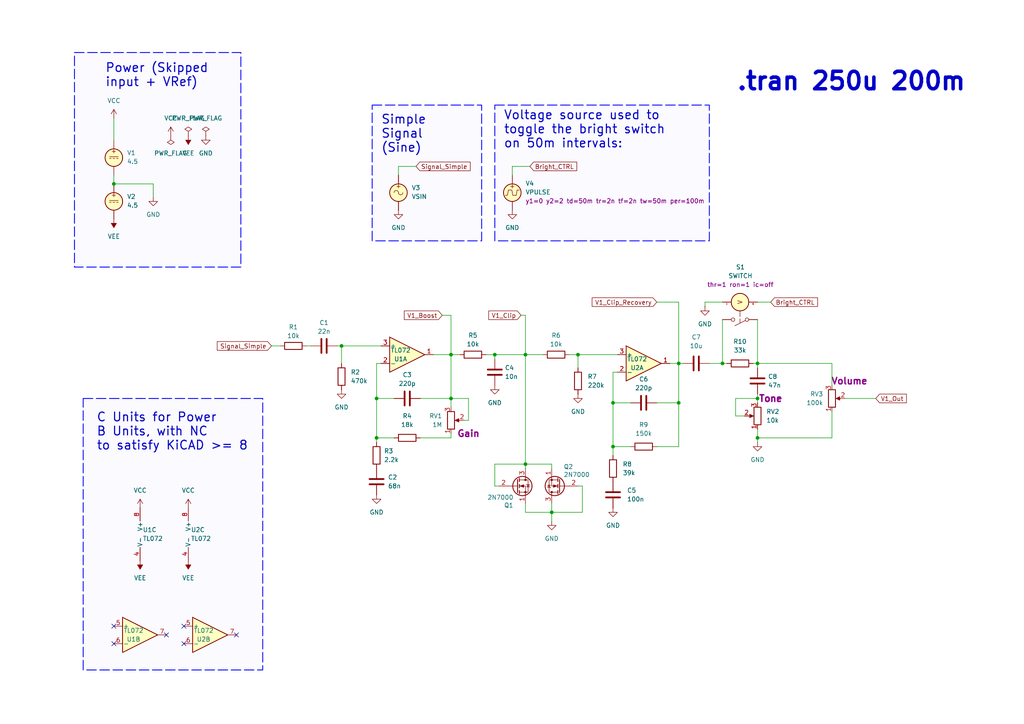
<source format=kicad_sch>
(kicad_sch (version 20231120) (generator "eeschema") (generator_version "8.0")
  (paper "A4")
  (title_block (title "Fulltone OCD Sim") (date "2025-07-14") (rev "v0.0.0") (company "D.B.B. (Quick_Butterfly_4571)"))
  (lib_symbols
    (symbol "Amplifier_Operational:TL072" (pin_names (offset 0.127))
      (property "Reference" "U" (at 0 5.08 0))
      (property "Value" "TL072" (at 0 -5.08 0))
      (symbol "TL072_1_1"
        (polyline (pts (xy -5.08 5.08) (xy 5.08 0) (xy -5.08 -5.08) (xy -5.08 5.08)) (stroke (width 0.254)) (fill (type background)))
        (pin output line (at 7.62 0 180) (length 2.54) (name "~") (number "1"))
        (pin input line (at -7.62 -2.54 0) (length 2.54) (name "-") (number "2"))
        (pin input line (at -7.62 2.54 0) (length 2.54) (name "+") (number "3"))
      )
      (symbol "TL072_2_1"
        (polyline (pts (xy -5.08 5.08) (xy 5.08 0) (xy -5.08 -5.08) (xy -5.08 5.08)) (stroke (width 0.254)) (fill (type background)))
        (pin input line (at -7.62 2.54 0) (length 2.54) (name "+") (number "5"))
        (pin input line (at -7.62 -2.54 0) (length 2.54) (name "-") (number "6"))
        (pin output line (at 7.62 0 180) (length 2.54) (name "~") (number "7"))
      )
      (symbol "TL072_3_1"
        (pin power_in line (at -2.54 -7.62 90) (length 3.81) (name "V-") (number "4"))
        (pin power_in line (at -2.54 7.62 270) (length 3.81) (name "V+") (number "8"))
      )
    )
    (symbol "Device:C" (pin_numbers hide) (pin_names (offset 0.254))
      (property "Reference" "C" (at 0.635 2.54 0))
      (property "Value" "C" (at 0.635 -2.54 0))
      (symbol "C_0_1"
        (polyline (pts (xy -2.032 -0.762) (xy 2.032 -0.762)) (stroke (width 0.508)))
        (polyline (pts (xy -2.032 0.762) (xy 2.032 0.762)) (stroke (width 0.508)))
      )
      (symbol "C_1_1"
        (pin passive line (at 0 3.81 270) (length 2.794) (name "~") (number "1"))
        (pin passive line (at 0 -3.81 90) (length 2.794) (name "~") (number "2"))
      )
    )
    (symbol "Device:R" (pin_numbers hide) (pin_names (offset 0))
      (property "Reference" "R" (at 2.032 0 90))
      (property "Value" "R" (at 0 0 90))
      (symbol "R_0_1"
        (rectangle (start -1.016 -2.54) (end 1.016 2.54) (stroke (width 0.254)))
      )
      (symbol "R_1_1"
        (pin passive line (at 0 3.81 270) (length 1.27) (name "~") (number "1"))
        (pin passive line (at 0 -3.81 90) (length 1.27) (name "~") (number "2"))
      )
    )
    (symbol "Device:R_Potentiometer" (pin_names (offset 1.016) hide)
      (property "Reference" "RV" (at -4.445 0 90))
      (property "Value" "R_Potentiometer" (at -2.54 0 90))
      (symbol "R_Potentiometer_0_1"
        (polyline (pts (xy 2.54 0) (xy 1.524 0)))
        (polyline (pts (xy 1.143 0) (xy 2.286 0.508) (xy 2.286 -0.508) (xy 1.143 0)) (fill (type outline)))
        (rectangle (start 1.016 2.54) (end -1.016 -2.54) (stroke (width 0.254)))
      )
      (symbol "R_Potentiometer_1_1"
        (pin passive line (at 0 3.81 270) (length 1.27) (name "1") (number "1"))
        (pin passive line (at 3.81 0 180) (length 1.27) (name "2") (number "2"))
        (pin passive line (at 0 -3.81 90) (length 1.27) (name "3") (number "3"))
      )
    )
    (symbol "Simulation_SPICE:SWITCH" (pin_numbers hide) (pin_names (offset 1.016) hide)
      (property "Reference" "S" (at 2.54 2.54 0))
      (property "Value" "SWITCH" (at 2.54 0 0))
      (property "Sim.Params" "thr=0 ron=1" (at 2.54 -2.54 0))
      (symbol "SWITCH_0_1"
        (circle (center 0 -2.032) (radius 0.508))
        (polyline (pts (xy 0.254 1.524) (xy 1.778 -1.524)))
        (circle (center 0 2.032) (radius 0.508))
      )
      (symbol "SWITCH_1_1"
        (circle (center -5.08 0) (radius 2.54) (stroke (width 0.254)) (fill (type background)))
        (polyline (pts (xy -4.826 -3.81) (xy -4.318 -3.81)))
        (polyline (pts (xy -4.826 3.81) (xy -4.318 3.81)))
        (polyline (pts (xy -4.572 4.064) (xy -4.572 3.556)))
        (polyline (pts (xy -2.54 0) (xy 0.889 0)) (stroke (width 0) (type dash)))
        (text "V" (at -5.08 0 0) (effects (font (size 1.27 1.27))))
        (pin passive line (at 0 5.08 270) (length 2.54) (name "N+") (number "1"))
        (pin passive line (at 0 -5.08 90) (length 2.54) (name "N-") (number "2"))
        (pin input line (at -5.08 5.08 270) (length 2.54) (name "C+") (number "3"))
        (pin input line (at -5.08 -5.08 90) (length 2.54) (name "C-") (number "4"))
      )
    )
    (symbol "Simulation_SPICE:VDC" (pin_numbers hide) (pin_names (offset 0.0254))
      (property "Reference" "V" (at 2.54 2.54 0))
      (property "Value" "1" (at 2.54 0 0))
      (symbol "VDC_0_0"
        (polyline (pts (xy -1.27 0.254) (xy 1.27 0.254)))
        (polyline (pts (xy -0.762 -0.254) (xy -1.27 -0.254)))
        (polyline (pts (xy 0.254 -0.254) (xy -0.254 -0.254)))
        (polyline (pts (xy 1.27 -0.254) (xy 0.762 -0.254)))
        (text "+" (at 0 1.905 0) (effects (font (size 1.27 1.27))))
      )
      (symbol "VDC_0_1"
        (circle (center 0 0) (radius 2.54) (stroke (width 0.254)) (fill (type background)))
      )
      (symbol "VDC_1_1"
        (pin passive line (at 0 5.08 270) (length 2.54) (name "~") (number "1"))
        (pin passive line (at 0 -5.08 90) (length 2.54) (name "~") (number "2"))
      )
    )
    (symbol "Simulation_SPICE:VPULSE" (pin_numbers hide) (pin_names (offset 0.0254))
      (property "Reference" "V" (at 2.54 2.54 0))
      (property "Value" "VPULSE" (at 2.54 0 0))
      (property "Sim.Params" "y1=0 y2=1 td=2n tr=2n tf=2n tw=50n per=100n" (at 2.54 -2.54 0))
      (symbol "VPULSE_0_0"
        (polyline (pts (xy -2.032 -0.762) (xy -1.397 -0.762) (xy -1.143 0.762) (xy -0.127 0.762) (xy 0.127 -0.762) (xy 1.143 -0.762) (xy 1.397 0.762) (xy 2.032 0.762)))
        (text "+" (at 0 1.905 0) (effects (font (size 1.27 1.27))))
      )
      (symbol "VPULSE_0_1"
        (circle (center 0 0) (radius 2.54) (stroke (width 0.254)) (fill (type background)))
      )
      (symbol "VPULSE_1_1"
        (pin passive line (at 0 5.08 270) (length 2.54) (name "~") (number "1"))
        (pin passive line (at 0 -5.08 90) (length 2.54) (name "~") (number "2"))
      )
    )
    (symbol "Simulation_SPICE:VSIN" (pin_numbers hide) (pin_names (offset 0.0254))
      (property "Reference" "V" (at 2.54 2.54 0))
      (property "Value" "VSIN" (at 2.54 0 0))
      (property "Sim.Params" "dc=0 ampl=1 f=1k ac=1" (at 2.54 -2.54 0))
      (symbol "VSIN_0_0"
        (arc (start 0 0) (mid -0.635 0.6323) (end -1.27 0))
        (arc (start 0 0) (mid 0.635 -0.6323) (end 1.27 0))
        (text "+" (at 0 1.905 0) (effects (font (size 1.27 1.27))))
      )
      (symbol "VSIN_0_1"
        (circle (center 0 0) (radius 2.54) (stroke (width 0.254)) (fill (type background)))
      )
      (symbol "VSIN_1_1"
        (pin passive line (at 0 5.08 270) (length 2.54) (name "~") (number "1"))
        (pin passive line (at 0 -5.08 90) (length 2.54) (name "~") (number "2"))
      )
    )
    (symbol "Transistor_FET:2N7000" (pin_names hide)
      (property "Reference" "Q" (at 5.08 1.905 0))
      (property "Value" "2N7000" (at 5.08 0 0))
      (symbol "2N7000_0_1"
        (polyline (pts (xy 0.254 0) (xy -2.54 0)))
        (polyline (pts (xy 0.254 1.905) (xy 0.254 -1.905)) (stroke (width 0.254)))
        (polyline (pts (xy 0.762 -1.27) (xy 0.762 -2.286)) (stroke (width 0.254)))
        (polyline (pts (xy 0.762 0.508) (xy 0.762 -0.508)) (stroke (width 0.254)))
        (polyline (pts (xy 0.762 2.286) (xy 0.762 1.27)) (stroke (width 0.254)))
        (polyline (pts (xy 2.54 2.54) (xy 2.54 1.778)))
        (polyline (pts (xy 2.54 -2.54) (xy 2.54 0) (xy 0.762 0)))
        (polyline (pts (xy 0.762 -1.778) (xy 3.302 -1.778) (xy 3.302 1.778) (xy 0.762 1.778)))
        (polyline (pts (xy 1.016 0) (xy 2.032 0.381) (xy 2.032 -0.381) (xy 1.016 0)) (fill (type outline)))
        (polyline (pts (xy 2.794 0.508) (xy 2.921 0.381) (xy 3.683 0.381) (xy 3.81 0.254)))
        (polyline (pts (xy 3.302 0.381) (xy 2.921 -0.254) (xy 3.683 -0.254) (xy 3.302 0.381)))
        (circle (center 1.651 0) (radius 2.794) (stroke (width 0.254)))
        (circle (center 2.54 -1.778) (radius 0.254) (fill (type outline)))
        (circle (center 2.54 1.778) (radius 0.254) (fill (type outline)))
      )
      (symbol "2N7000_1_1"
        (pin passive line (at 2.54 -5.08 90) (length 2.54) (name "S") (number "1"))
        (pin input line (at -5.08 0 0) (length 2.54) (name "G") (number "2"))
        (pin passive line (at 2.54 5.08 270) (length 2.54) (name "D") (number "3"))
      )
    )
    (symbol "power:GND" (power) (pin_numbers hide) (pin_names (offset 0) hide)
      (property "Value" "GND" (at 0 -3.81 0))
      (symbol "GND_0_1"
        (polyline (pts (xy 0 0) (xy 0 -1.27) (xy 1.27 -1.27) (xy 0 -2.54) (xy -1.27 -1.27) (xy 0 -1.27)))
      )
      (symbol "GND_1_1"
        (pin power_in line (at 0 0 270) (length 0) (name "~") (number "1"))
      )
    )
    (symbol "power:PWR_FLAG" (power) (pin_numbers hide) (pin_names (offset 0) hide)
      (property "Value" "PWR_FLAG" (at 0 3.81 0))
      (symbol "PWR_FLAG_0_0"
        (pin power_out line (at 0 0 90) (length 0) (name "~") (number "1"))
      )
      (symbol "PWR_FLAG_0_1"
        (polyline (pts (xy 0 0) (xy 0 1.27) (xy -1.016 1.905) (xy 0 2.54) (xy 1.016 1.905) (xy 0 1.27)))
      )
    )
    (symbol "power:VCC" (power) (pin_numbers hide) (pin_names (offset 0) hide)
      (property "Value" "VCC" (at 0 3.556 0))
      (symbol "VCC_0_1"
        (polyline (pts (xy -0.762 1.27) (xy 0 2.54)))
        (polyline (pts (xy 0 0) (xy 0 2.54)))
        (polyline (pts (xy 0 2.54) (xy 0.762 1.27)))
      )
      (symbol "VCC_1_1"
        (pin power_in line (at 0 0 90) (length 0) (name "~") (number "1"))
      )
    )
    (symbol "power:VEE" (power) (pin_numbers hide) (pin_names (offset 0) hide)
      (property "Value" "VEE" (at 0 3.556 0))
      (symbol "VEE_0_1"
        (polyline (pts (xy 0 0) (xy 0 2.54)))
        (polyline (pts (xy 0.762 1.27) (xy -0.762 1.27) (xy 0 2.54) (xy 0.762 1.27)) (fill (type outline)))
      )
      (symbol "VEE_1_1"
        (pin power_in line (at 0 0 90) (length 0) (name "~") (number "1"))
      )
    )
  )
  (junction (at 130.81 115.57))
  (junction (at 177.8 116.84))
  (junction (at 167.64 102.87))
  (junction (at 109.22 127))
  (junction (at 109.22 115.57))
  (junction (at 196.85 105.41))
  (junction (at 209.55 105.41))
  (junction (at 99.06 100.33))
  (junction (at 219.71 105.41))
  (junction (at 152.4 102.87))
  (junction (at 152.4 134.62))
  (junction (at 196.85 116.84))
  (junction (at 33.02 53.34))
  (junction (at 143.51 102.87))
  (junction (at 160.02 148.59))
  (junction (at 219.71 127))
  (junction (at 219.71 115.57))
  (junction (at 177.8 129.54))
  (junction (at 130.81 102.87))
  (no_connect (at 53.34 186.69))
  (no_connect (at 48.26 184.15))
  (no_connect (at 33.02 186.69))
  (no_connect (at 68.58 184.15))
  (no_connect (at 53.34 181.61))
  (no_connect (at 33.02 181.61))
  (wire (pts (xy 109.22 115.57) (xy 109.22 127)))
  (wire (pts (xy 196.85 87.63) (xy 196.85 105.41)))
  (wire (pts (xy 213.36 120.65) (xy 213.36 115.57)))
  (wire (pts (xy 219.71 87.63) (xy 223.52 87.63)))
  (wire (pts (xy 241.3 111.76) (xy 241.3 105.41)))
  (wire (pts (xy 143.51 102.87) (xy 143.51 104.14)))
  (wire (pts (xy 143.51 140.97) (xy 144.78 140.97)))
  (wire (pts (xy 190.5 116.84) (xy 196.85 116.84)))
  (wire (pts (xy 160.02 135.89) (xy 160.02 134.62)))
  (wire (pts (xy 219.71 114.3) (xy 219.71 115.57)))
  (wire (pts (xy 109.22 127) (xy 109.22 128.27)))
  (wire (pts (xy 134.62 121.92) (xy 135.89 121.92)))
  (wire (pts (xy 219.71 105.41) (xy 241.3 105.41)))
  (wire (pts (xy 167.64 102.87) (xy 179.07 102.87)))
  (wire (pts (xy 88.9 100.33) (xy 90.17 100.33)))
  (wire (pts (xy 143.51 134.62) (xy 143.51 140.97)))
  (wire (pts (xy 33.02 50.8) (xy 33.02 53.34)))
  (wire (pts (xy 135.89 115.57) (xy 130.81 115.57)))
  (wire (pts (xy 130.81 127) (xy 130.81 125.73)))
  (wire (pts (xy 121.92 127) (xy 130.81 127)))
  (wire (pts (xy 152.4 102.87) (xy 152.4 134.62)))
  (wire (pts (xy 152.4 146.05) (xy 152.4 148.59)))
  (wire (pts (xy 130.81 102.87) (xy 133.35 102.87)))
  (wire (pts (xy 135.89 121.92) (xy 135.89 115.57)))
  (wire (pts (xy 204.47 87.63) (xy 204.47 88.9)))
  (wire (pts (xy 241.3 127) (xy 219.71 127)))
  (wire (pts (xy 152.4 148.59) (xy 160.02 148.59)))
  (wire (pts (xy 167.64 106.68) (xy 167.64 102.87)))
  (wire (pts (xy 168.91 148.59) (xy 160.02 148.59)))
  (wire (pts (xy 245.11 115.57) (xy 254 115.57)))
  (wire (pts (xy 196.85 105.41) (xy 194.31 105.41)))
  (wire (pts (xy 219.71 115.57) (xy 219.71 116.84)))
  (wire (pts (xy 215.9 120.65) (xy 213.36 120.65)))
  (wire (pts (xy 160.02 134.62) (xy 152.4 134.62)))
  (wire (pts (xy 120.65 48.26) (xy 115.57 48.26)))
  (wire (pts (xy 219.71 105.41) (xy 219.71 106.68)))
  (wire (pts (xy 44.45 53.34) (xy 44.45 57.15)))
  (wire (pts (xy 130.81 91.44) (xy 130.81 102.87)))
  (wire (pts (xy 110.49 105.41) (xy 109.22 105.41)))
  (wire (pts (xy 99.06 100.33) (xy 99.06 105.41)))
  (wire (pts (xy 209.55 87.63) (xy 204.47 87.63)))
  (wire (pts (xy 33.02 34.29) (xy 33.02 40.64)))
  (wire (pts (xy 152.4 91.44) (xy 152.4 102.87)))
  (wire (pts (xy 241.3 119.38) (xy 241.3 127)))
  (wire (pts (xy 109.22 105.41) (xy 109.22 115.57)))
  (wire (pts (xy 130.81 102.87) (xy 130.81 115.57)))
  (wire (pts (xy 218.44 105.41) (xy 219.71 105.41)))
  (wire (pts (xy 152.4 102.87) (xy 157.48 102.87)))
  (wire (pts (xy 177.8 129.54) (xy 177.8 116.84)))
  (wire (pts (xy 151.13 91.44) (xy 152.4 91.44)))
  (wire (pts (xy 78.74 100.33) (xy 81.28 100.33)))
  (wire (pts (xy 153.67 48.26) (xy 148.59 48.26)))
  (wire (pts (xy 109.22 115.57) (xy 114.3 115.57)))
  (wire (pts (xy 44.45 53.34) (xy 33.02 53.34)))
  (wire (pts (xy 196.85 116.84) (xy 196.85 129.54)))
  (wire (pts (xy 97.79 100.33) (xy 99.06 100.33)))
  (wire (pts (xy 125.73 102.87) (xy 130.81 102.87)))
  (wire (pts (xy 130.81 115.57) (xy 121.92 115.57)))
  (wire (pts (xy 209.55 105.41) (xy 210.82 105.41)))
  (wire (pts (xy 130.81 118.11) (xy 130.81 115.57)))
  (wire (pts (xy 219.71 124.46) (xy 219.71 127)))
  (wire (pts (xy 219.71 127) (xy 219.71 128.27)))
  (wire (pts (xy 115.57 48.26) (xy 115.57 50.8)))
  (wire (pts (xy 128.27 91.44) (xy 130.81 91.44)))
  (wire (pts (xy 152.4 135.89) (xy 152.4 134.62)))
  (wire (pts (xy 177.8 132.08) (xy 177.8 129.54)))
  (wire (pts (xy 143.51 102.87) (xy 152.4 102.87)))
  (wire (pts (xy 177.8 116.84) (xy 177.8 107.95)))
  (wire (pts (xy 168.91 140.97) (xy 168.91 148.59)))
  (wire (pts (xy 177.8 107.95) (xy 179.07 107.95)))
  (wire (pts (xy 99.06 100.33) (xy 110.49 100.33)))
  (wire (pts (xy 209.55 92.71) (xy 209.55 105.41)))
  (wire (pts (xy 177.8 129.54) (xy 182.88 129.54)))
  (wire (pts (xy 213.36 115.57) (xy 219.71 115.57)))
  (wire (pts (xy 160.02 151.13) (xy 160.02 148.59)))
  (wire (pts (xy 198.12 105.41) (xy 196.85 105.41)))
  (wire (pts (xy 219.71 92.71) (xy 219.71 105.41)))
  (wire (pts (xy 177.8 116.84) (xy 182.88 116.84)))
  (wire (pts (xy 205.74 105.41) (xy 209.55 105.41)))
  (wire (pts (xy 190.5 87.63) (xy 196.85 87.63)))
  (wire (pts (xy 148.59 48.26) (xy 148.59 50.8)))
  (wire (pts (xy 160.02 148.59) (xy 160.02 146.05)))
  (wire (pts (xy 165.1 102.87) (xy 167.64 102.87)))
  (wire (pts (xy 143.51 102.87) (xy 140.97 102.87)))
  (wire (pts (xy 152.4 134.62) (xy 143.51 134.62)))
  (wire (pts (xy 196.85 105.41) (xy 196.85 116.84)))
  (wire (pts (xy 190.5 129.54) (xy 196.85 129.54)))
  (wire (pts (xy 167.64 140.97) (xy 168.91 140.97)))
  (wire (pts (xy 109.22 127) (xy 114.3 127)))
  (rectangle (start 24.13 115.57) (end 76.2 194.31) (stroke (width 0.254) (type dash) (color 0 0 255 0.42)) (fill (type color) (color 0 0 255 0.02)))
  (rectangle (start 143.51 30.48) (end 205.74 69.85) (stroke (width 0.254) (type dash) (color 0 0 255 0.42)) (fill (type color) (color 0 0 255 0.02)))
  (rectangle (start 21.59 15.24) (end 69.85 77.47) (stroke (width 0.254) (type dash) (color 0 0 255 0.42)) (fill (type color) (color 0 0 255 0.02)))
  (rectangle (start 107.95 30.48) (end 139.7 69.85) (stroke (width 0.254) (type dash) (color 0 0 255 0.42)) (fill (type color) (color 0 0 255 0.02)))
  (text "Power (Skipped\ninput + VRef)" (at 30.48 25.4 0) (effects (font (size 2.54 2.54) (thickness 0.3175)) (justify left bottom)))
  (text "Voltage source used to\ntoggle the bright switch\non 50m intervals:" (at 146.05 43.18 0) (effects (font (size 2.54 2.54) (thickness 0.3175)) (justify left bottom)))
  (text "C Units for Power\nB Units, with NC\nto satisfy KiCAD >= 8" (at 27.94 130.81 0) (effects (font (size 2.54 2.54) (thickness 0.3175)) (justify left bottom)))
  (text "Simple\nSignal\n(Sine)" (at 110.49 44.45 0) (effects (font (size 2.54 2.54) (thickness 0.3175)) (justify left bottom)))
  (text ".tran 250u 200m" (at 213.36 26.67 0) (effects (font (size 5.08 5.08) (thickness 1.016) (bold yes)) (justify left bottom)))
  (global_label "Signal_Simple" (shape input) (at 120.65 48.26 0) (property "Intersheetrefs" "${INTERSHEET_REFS}" (effects (hide yes))))
  (global_label "V1_Boost" (shape input) (at 128.27 91.44 180) (property "Intersheetrefs" "${INTERSHEET_REFS}" (effects (hide yes))))
  (global_label "Signal_Simple" (shape input) (at 78.74 100.33 180) (property "Intersheetrefs" "${INTERSHEET_REFS}" (effects (hide yes))))
  (global_label "Bright_CTRL" (shape input) (at 223.52 87.63 0) (property "Intersheetrefs" "${INTERSHEET_REFS}" (effects (hide yes))))
  (global_label "V1_Out" (shape input) (at 254 115.57 0) (property "Intersheetrefs" "${INTERSHEET_REFS}" (effects (hide yes))))
  (global_label "V1_Clip" (shape input) (at 151.13 91.44 180) (property "Intersheetrefs" "${INTERSHEET_REFS}" (effects (hide yes))))
  (global_label "V1_Clip_Recovery" (shape input) (at 190.5 87.63 180) (property "Intersheetrefs" "${INTERSHEET_REFS}" (effects (hide yes))))
  (global_label "Bright_CTRL" (shape input) (at 153.67 48.26 0) (property "Intersheetrefs" "${INTERSHEET_REFS}" (effects (hide yes))))
  (symbol (lib_id "Device:C") (at 219.71 110.49 0) (unit 1)
    (property "Reference" "C8" (at 222.758 109.22 0) (effects (justify left)))
    (property "Value" "47n" (at 222.758 111.76 0) (effects (justify left)))
  )
  (symbol (lib_id "power:PWR_FLAG") (at 59.69 39.37 0) (unit 1)
    (property "Reference" "#FLG3" (effects (hide yes)))
    (property "Value" "PWR_FLAG" (at 59.69 34.29 0))
    (property "Description" "Special symbol for telling ERC where power comes from" (effects (hide yes)))
  )
  (symbol (lib_id "power:VEE") (at 40.64 162.56 180) (unit 1)
    (property "Reference" "#PWR4" (effects (hide yes)))
    (property "Value" "VEE" (at 40.64 167.64 0))
    (property "Description" "Power symbol creates a global label with name \"VEE\"" (effects (hide yes)))
  )
  (symbol (lib_id "Device:C") (at 93.98 100.33 90) (unit 1)
    (property "Reference" "C1" (at 93.98 93.599 90))
    (property "Value" "22n" (at 93.98 96.139 90))
  )
  (symbol (lib_id "Device:R") (at 118.11 127 90) (unit 1)
    (property "Reference" "R4" (at 118.11 120.65 90))
    (property "Value" "18k" (at 118.11 123.19 90))
  )
  (symbol (lib_id "Device:R") (at 99.06 109.22 0) (unit 1)
    (property "Reference" "R2" (at 101.727 107.95 0) (effects (justify left)))
    (property "Value" "470k" (at 101.727 110.49 0) (effects (justify left)))
  )
  (symbol (lib_id "power:VEE") (at 54.61 39.37 180) (unit 1)
    (property "Reference" "#PWR7" (effects (hide yes)))
    (property "Value" "VEE" (at 54.61 44.45 0))
    (property "Description" "Power symbol creates a global label with name \"VEE\"" (effects (hide yes)))
  )
  (symbol (lib_id "Device:C") (at 109.22 139.7 180) (unit 1)
    (property "Reference" "C2" (at 112.522 138.43 0) (effects (justify right)))
    (property "Value" "68n" (at 112.522 140.97 0) (effects (justify right)))
  )
  (symbol (lib_id "power:GND") (at 59.69 39.37 0) (unit 1)
    (property "Reference" "#PWR10" (effects (hide yes)))
    (property "Value" "GND" (at 59.69 44.45 0))
    (property "Description" "Power symbol creates a global label with name \"GND\" , ground" (effects (hide yes)))
  )
  (symbol (lib_id "Transistor_FET:2N7000") (at 149.86 140.97 0) (unit 1)
    (property "Reference" "Q1" (at 146.177 146.558 0) (effects (justify left)))
    (property "Value" "2N7000" (at 141.351 144.272 0) (effects (justify left)))
    (property "Footprint" "Package_TO_SOT_THT:TO-92_Inline" (effects (hide yes)))
    (property "Datasheet" "https://www.vishay.com/docs/70226/70226.pdf" (effects (hide yes)))
    (property "Sim.Device" "SUBCKT" (effects (hide yes)))
    (property "Sim.Pins" "1=1 2=2 3=3" (effects (hide yes)))
    (property "Sim.Library" "2N7000.REV0.LIB" (effects (hide yes)))
    (property "Sim.Name" "2n7000" (effects (hide yes)))
  )
  (symbol (lib_id "Device:R_Potentiometer") (at 219.71 120.65 180) (unit 1)
    (property "Reference" "RV2" (at 222.25 119.3799 0) (effects (justify right)))
    (property "Value" "10k" (at 222.25 121.9199 0) (effects (justify right)))
    (property "Description" "Potentiometer" (effects (hide yes)))
    (property "Sim.Device" "R" (effects (hide yes)))
    (property "Sim.Type" "POT" (effects (hide yes)))
    (property "Sim.Pins" "1=r0 2=wiper 3=r1" (effects (hide yes)))
    (property "Sim.Params" "r=10k pos=0.5" (effects (hide yes)))
    (property "Label" "Tone" (at 223.52 115.57 0) (effects (font (size 1.905 1.905) (thickness 0.381) (bold yes))))
  )
  (symbol (lib_id "Device:R_Potentiometer") (at 130.81 121.92 0) (mirror x) (unit 1)
    (property "Reference" "RV1" (at 128.27 120.65 0) (effects (justify right)))
    (property "Value" "1M" (at 128.27 123.19 0) (effects (justify right)))
    (property "Sim.Device" "R" (effects (hide yes)))
    (property "Sim.Type" "POT" (effects (hide yes)))
    (property "Sim.Pins" "1=r0 2=wiper 3=r1" (effects (hide yes)))
    (property "Sim.Params" "r=1M pos=1" (effects (hide yes)))
    (property "Label" "Gain" (at 135.89 125.73 0) (effects (font (size 1.905 1.905) (thickness 0.381) (bold yes))))
  )
  (symbol (lib_id "Simulation_SPICE:VPULSE") (at 148.59 55.88 0) (unit 1)
    (property "Reference" "V4" (at 152.4 53.2101 0) (effects (justify left)))
    (property "Value" "VPULSE" (at 152.4 55.7501 0) (effects (justify left)))
    (property "Datasheet" "https://ngspice.sourceforge.io/docs/ngspice-html-manual/manual.xhtml#sec_Independent_Sources_for" (effects (hide yes)))
    (property "Description" "Voltage source, pulse" (effects (hide yes)))
    (property "Sim.Pins" "1=+ 2=-" (effects (hide yes)))
    (property "Sim.Type" "PULSE" (effects (hide yes)))
    (property "Sim.Device" "V" (effects (hide yes)))
    (property "Sim.Params" "y1=0 y2=2 td=50m tr=2n tf=2n tw=50m per=100m" (at 152.4 58.2901 0) (effects (justify left)))
  )
  (symbol (lib_id "Device:R") (at 177.8 135.89 0) (unit 1)
    (property "Reference" "R8" (at 180.594 134.62 0) (effects (justify left)))
    (property "Value" "39k" (at 180.594 137.16 0) (effects (justify left)))
  )
  (symbol (lib_id "power:VCC") (at 49.53 39.37 0) (unit 1)
    (property "Reference" "#PWR6" (effects (hide yes)))
    (property "Value" "VCC" (at 49.53 34.29 0))
    (property "Description" "Power symbol creates a global label with name \"VCC\"" (effects (hide yes)))
  )
  (symbol (lib_id "Simulation_SPICE:VSIN") (at 115.57 55.88 0) (unit 1)
    (property "Reference" "V3" (at 119.38 54.4801 0) (effects (justify left)))
    (property "Value" "VSIN" (at 119.38 57.0201 0) (effects (justify left)))
    (property "Datasheet" "https://ngspice.sourceforge.io/docs/ngspice-html-manual/manual.xhtml#sec_Independent_Sources_for" (effects (hide yes)))
    (property "Description" "Voltage source, sinusoidal" (effects (hide yes)))
    (property "Sim.Pins" "1=+ 2=-" (effects (hide yes)))
    (property "Sim.Params" "dc=0 ampl=100m f=155.56 td=0 theta=0 phase=0 ac=1" (effects (hide yes)))
    (property "Sim.Type" "SIN" (effects (hide yes)))
    (property "Sim.Device" "V" (effects (hide yes)))
  )
  (symbol (lib_id "Amplifier_Operational:TL072") (at 43.18 154.94 0) (unit 3)
    (property "Reference" "U1" (at 41.402 153.67 0) (effects (justify left)))
    (property "Value" "TL072" (at 41.402 156.21 0) (effects (justify left)))
    (property "Datasheet" "http://www.ti.com/lit/ds/symlink/tl071.pdf" (effects (hide yes)))
    (property "Sim.Library" "./TL072.301" (effects (hide yes)))
    (property "Sim.Name" "TL072" (effects (hide yes)))
    (property "Sim.Pins" "1=5 2=2 3=1 4=4 8=3" (effects (hide yes)))
    (property "Sim.Device" "SUBCKT" (effects (hide yes)))
  )
  (symbol (lib_id "power:GND") (at 115.57 60.96 0) (unit 1)
    (property "Reference" "#PWR13" (effects (hide yes)))
    (property "Value" "GND" (at 115.57 66.04 0))
    (property "Description" "Power symbol creates a global label with name \"GND\" , ground" (effects (hide yes)))
  )
  (symbol (lib_id "Device:R") (at 186.69 129.54 270) (unit 1)
    (property "Reference" "R9" (at 186.69 123.19 90))
    (property "Value" "150k" (at 186.69 125.73 90))
  )
  (symbol (lib_id "power:GND") (at 167.64 114.3 0) (unit 1)
    (property "Reference" "#PWR17" (effects (hide yes)))
    (property "Value" "GND" (at 167.64 119.38 0))
    (property "Description" "Power symbol creates a global label with name \"GND\" , ground" (effects (hide yes)))
  )
  (symbol (lib_id "Device:R_Potentiometer") (at 241.3 115.57 0) (mirror x) (unit 1)
    (property "Reference" "RV3" (at 238.76 114.2999 0) (effects (justify right)))
    (property "Value" "100k" (at 238.76 116.8399 0) (effects (justify right)))
    (property "Description" "Potentiometer" (effects (hide yes)))
    (property "Sim.Device" "R" (effects (hide yes)))
    (property "Sim.Type" "POT" (effects (hide yes)))
    (property "Sim.Pins" "1=r0 2=wiper 3=r1" (effects (hide yes)))
    (property "Sim.Params" "r=100k pos=1" (effects (hide yes)))
    (property "Label" "Volume" (at 246.38 110.49 0) (effects (font (size 1.905 1.905) (thickness 0.381) (bold yes))))
  )
  (symbol (lib_id "Simulation_SPICE:VDC") (at 33.02 58.42 0) (unit 1)
    (property "Reference" "V2" (at 36.83 57.0201 0) (effects (justify left)))
    (property "Value" "4.5" (at 36.83 59.5601 0) (effects (justify left)))
    (property "Datasheet" "https://ngspice.sourceforge.io/docs/ngspice-html-manual/manual.xhtml#sec_Independent_Sources_for" (effects (hide yes)))
    (property "Description" "Voltage source, DC" (effects (hide yes)))
    (property "Sim.Pins" "1=+ 2=-" (effects (hide yes)))
    (property "Sim.Type" "DC" (effects (hide yes)))
    (property "Sim.Device" "V" (effects (hide yes)))
  )
  (symbol (lib_id "power:PWR_FLAG") (at 54.61 39.37 0) (unit 1)
    (property "Reference" "#FLG2" (effects (hide yes)))
    (property "Value" "PWR_FLAG" (at 54.61 34.29 0))
    (property "Description" "Special symbol for telling ERC where power comes from" (effects (hide yes)))
  )
  (symbol (lib_id "Device:C") (at 201.93 105.41 270) (unit 1)
    (property "Reference" "C7" (at 201.93 97.79 90))
    (property "Value" "10u" (at 201.93 100.33 90))
  )
  (symbol (lib_id "Simulation_SPICE:VDC") (at 33.02 45.72 0) (unit 1)
    (property "Reference" "V1" (at 36.83 44.3201 0) (effects (justify left)))
    (property "Value" "4.5" (at 36.83 46.8601 0) (effects (justify left)))
    (property "Datasheet" "https://ngspice.sourceforge.io/docs/ngspice-html-manual/manual.xhtml#sec_Independent_Sources_for" (effects (hide yes)))
    (property "Description" "Voltage source, DC" (effects (hide yes)))
    (property "Sim.Pins" "1=+ 2=-" (effects (hide yes)))
    (property "Sim.Type" "DC" (effects (hide yes)))
    (property "Sim.Device" "V" (effects (hide yes)))
  )
  (symbol (lib_id "power:GND") (at 148.59 60.96 0) (unit 1)
    (property "Reference" "#PWR15" (effects (hide yes)))
    (property "Value" "GND" (at 148.59 66.04 0))
    (property "Description" "Power symbol creates a global label with name \"GND\" , ground" (effects (hide yes)))
  )
  (symbol (lib_id "Amplifier_Operational:TL072") (at 40.64 184.15 0) (unit 2)
    (property "Reference" "U1" (at 38.735 185.42 0))
    (property "Value" "TL072" (at 38.735 182.88 0))
    (property "Datasheet" "http://www.ti.com/lit/ds/symlink/tl071.pdf" (effects (hide yes)))
    (property "Sim.Library" "./TL072.301" (effects (hide yes)))
    (property "Sim.Name" "TL072" (effects (hide yes)))
    (property "Sim.Pins" "1=5 2=2 3=1 4=4 8=3" (effects (hide yes)))
    (property "Sim.Device" "SUBCKT" (effects (hide yes)))
  )
  (symbol (lib_id "power:GND") (at 44.45 57.15 0) (unit 1)
    (property "Reference" "#PWR5" (effects (hide yes)))
    (property "Value" "GND" (at 44.45 62.23 0))
    (property "Description" "Power symbol creates a global label with name \"GND\" , ground" (effects (hide yes)))
  )
  (symbol (lib_id "power:GND") (at 99.06 113.03 0) (unit 1)
    (property "Reference" "#PWR11" (effects (hide yes)))
    (property "Value" "GND" (at 99.06 118.11 0))
    (property "Description" "Power symbol creates a global label with name \"GND\" , ground" (effects (hide yes)))
  )
  (symbol (lib_id "Amplifier_Operational:TL072") (at 57.15 154.94 0) (unit 3)
    (property "Reference" "U2" (at 55.372 153.67 0) (effects (justify left)))
    (property "Value" "TL072" (at 55.372 156.21 0) (effects (justify left)))
    (property "Datasheet" "http://www.ti.com/lit/ds/symlink/tl071.pdf" (effects (hide yes)))
    (property "Sim.Library" "./TL072.301" (effects (hide yes)))
    (property "Sim.Name" "TL072" (effects (hide yes)))
    (property "Sim.Pins" "1=5 2=2 3=1 4=4 8=3" (effects (hide yes)))
    (property "Sim.Device" "SUBCKT" (effects (hide yes)))
  )
  (symbol (lib_id "Amplifier_Operational:TL072") (at 60.96 184.15 0) (unit 2)
    (property "Reference" "U2" (at 59.055 185.42 0))
    (property "Value" "TL072" (at 59.055 182.88 0))
    (property "Datasheet" "http://www.ti.com/lit/ds/symlink/tl071.pdf" (effects (hide yes)))
    (property "Sim.Library" "./TL072.301" (effects (hide yes)))
    (property "Sim.Name" "TL072" (effects (hide yes)))
    (property "Sim.Pins" "1=5 2=2 3=1 4=4 8=3" (effects (hide yes)))
    (property "Sim.Device" "SUBCKT" (effects (hide yes)))
  )
  (symbol (lib_id "Transistor_FET:2N7000") (at 162.56 140.97 180) (unit 1)
    (property "Reference" "Q2" (at 166.243 135.382 0) (effects (justify left)))
    (property "Value" "2N7000" (at 171.069 137.668 0) (effects (justify left)))
    (property "Footprint" "Package_TO_SOT_THT:TO-92_Inline" (effects (hide yes)))
    (property "Datasheet" "https://www.vishay.com/docs/70226/70226.pdf" (effects (hide yes)))
    (property "Sim.Device" "SUBCKT" (effects (hide yes)))
    (property "Sim.Pins" "1=1 2=2 3=3" (effects (hide yes)))
    (property "Sim.Library" "2N7000.REV0.LIB" (effects (hide yes)))
    (property "Sim.Name" "2n7000" (effects (hide yes)))
  )
  (symbol (lib_id "Device:C") (at 177.8 143.51 180) (unit 1)
    (property "Reference" "C5" (at 181.864 142.24 0) (effects (justify right)))
    (property "Value" "100n" (at 181.864 144.78 0) (effects (justify right)))
  )
  (symbol (lib_id "power:GND") (at 219.71 128.27 0) (unit 1)
    (property "Reference" "#PWR20" (effects (hide yes)))
    (property "Value" "GND" (at 219.71 133.35 0))
    (property "Description" "Power symbol creates a global label with name \"GND\" , ground" (effects (hide yes)))
  )
  (symbol (lib_id "power:VCC") (at 40.64 147.32 0) (unit 1)
    (property "Reference" "#PWR3" (effects (hide yes)))
    (property "Value" "VCC" (at 40.64 142.24 0))
    (property "Description" "Power symbol creates a global label with name \"VCC\"" (effects (hide yes)))
  )
  (symbol (lib_id "power:VEE") (at 33.02 63.5 180) (unit 1)
    (property "Reference" "#PWR2" (effects (hide yes)))
    (property "Value" "VEE" (at 33.02 68.58 0))
    (property "Description" "Power symbol creates a global label with name \"VEE\"" (effects (hide yes)))
  )
  (symbol (lib_id "Device:R") (at 137.16 102.87 270) (unit 1)
    (property "Reference" "R5" (at 137.16 97.282 90))
    (property "Value" "10k" (at 137.16 99.822 90))
  )
  (symbol (lib_id "Amplifier_Operational:TL072") (at 118.11 102.87 0) (unit 1)
    (property "Reference" "U1" (at 116.205 104.14 0))
    (property "Value" "TL072" (at 116.205 101.6 0))
    (property "Datasheet" "http://www.ti.com/lit/ds/symlink/tl071.pdf" (effects (hide yes)))
    (property "Sim.Library" "./TL072.301" (effects (hide yes)))
    (property "Sim.Name" "TL072" (effects (hide yes)))
    (property "Sim.Pins" "1=5 2=2 3=1 4=4 8=3" (effects (hide yes)))
    (property "Sim.Device" "SUBCKT" (effects (hide yes)))
  )
  (symbol (lib_id "power:VEE") (at 54.61 162.56 180) (unit 1)
    (property "Reference" "#PWR9" (effects (hide yes)))
    (property "Value" "VEE" (at 54.61 167.64 0))
    (property "Description" "Power symbol creates a global label with name \"VEE\"" (effects (hide yes)))
  )
  (symbol (lib_id "Device:C") (at 186.69 116.84 270) (unit 1)
    (property "Reference" "C6" (at 186.69 109.982 90))
    (property "Value" "220p" (at 186.69 112.522 90))
  )
  (symbol (lib_id "power:GND") (at 109.22 143.51 0) (unit 1)
    (property "Reference" "#PWR12" (effects (hide yes)))
    (property "Value" "GND" (at 109.22 148.59 0))
    (property "Description" "Power symbol creates a global label with name \"GND\" , ground" (effects (hide yes)))
  )
  (symbol (lib_id "Device:R") (at 161.29 102.87 270) (unit 1)
    (property "Reference" "R6" (at 161.29 97.282 90))
    (property "Value" "10k" (at 161.29 99.822 90))
  )
  (symbol (lib_id "power:PWR_FLAG") (at 49.53 39.37 180) (unit 1)
    (property "Reference" "#FLG1" (effects (hide yes)))
    (property "Value" "PWR_FLAG" (at 49.53 44.45 0))
    (property "Description" "Special symbol for telling ERC where power comes from" (effects (hide yes)))
  )
  (symbol (lib_id "power:GND") (at 143.51 111.76 0) (unit 1)
    (property "Reference" "#PWR14" (effects (hide yes)))
    (property "Value" "GND" (at 143.51 116.84 0))
    (property "Description" "Power symbol creates a global label with name \"GND\" , ground" (effects (hide yes)))
  )
  (symbol (lib_id "Amplifier_Operational:TL072") (at 186.69 105.41 0) (unit 1)
    (property "Reference" "U2" (at 184.785 106.68 0))
    (property "Value" "TL072" (at 184.785 104.14 0))
    (property "Datasheet" "http://www.ti.com/lit/ds/symlink/tl071.pdf" (effects (hide yes)))
    (property "Sim.Library" "./TL072.301" (effects (hide yes)))
    (property "Sim.Name" "TL072" (effects (hide yes)))
    (property "Sim.Pins" "1=5 2=2 3=1 4=4 8=3" (effects (hide yes)))
    (property "Sim.Device" "SUBCKT" (effects (hide yes)))
  )
  (symbol (lib_id "power:GND") (at 160.02 151.13 0) (unit 1)
    (property "Reference" "#PWR16" (effects (hide yes)))
    (property "Value" "GND" (at 160.02 156.21 0))
    (property "Description" "Power symbol creates a global label with name \"GND\" , ground" (effects (hide yes)))
  )
  (symbol (lib_id "power:GND") (at 177.8 147.32 0) (unit 1)
    (property "Reference" "#PWR18" (effects (hide yes)))
    (property "Value" "GND" (at 177.8 152.4 0))
    (property "Description" "Power symbol creates a global label with name \"GND\" , ground" (effects (hide yes)))
  )
  (symbol (lib_id "Device:C") (at 143.51 107.95 180) (unit 1)
    (property "Reference" "C4" (at 146.431 106.68 0) (effects (justify right)))
    (property "Value" "10n" (at 146.431 109.22 0) (effects (justify right)))
  )
  (symbol (lib_id "power:VCC") (at 33.02 34.29 0) (unit 1)
    (property "Reference" "#PWR1" (effects (hide yes)))
    (property "Value" "VCC" (at 33.02 29.21 0))
    (property "Description" "Power symbol creates a global label with name \"VCC\"" (effects (hide yes)))
  )
  (symbol (lib_id "power:VCC") (at 54.61 147.32 0) (unit 1)
    (property "Reference" "#PWR8" (effects (hide yes)))
    (property "Value" "VCC" (at 54.61 142.24 0))
    (property "Description" "Power symbol creates a global label with name \"VCC\"" (effects (hide yes)))
  )
  (symbol (lib_id "power:GND") (at 204.47 88.9 0) (unit 1)
    (property "Reference" "#PWR19" (effects (hide yes)))
    (property "Value" "GND" (at 204.47 93.98 0))
    (property "Description" "Power symbol creates a global label with name \"GND\" , ground" (effects (hide yes)))
  )
  (symbol (lib_id "Device:R") (at 167.64 110.49 0) (unit 1)
    (property "Reference" "R7" (at 170.434 109.22 0) (effects (justify left)))
    (property "Value" "220k" (at 170.434 111.76 0) (effects (justify left)))
  )
  (symbol (lib_id "Device:C") (at 118.11 115.57 90) (unit 1)
    (property "Reference" "C3" (at 118.11 108.712 90))
    (property "Value" "220p" (at 118.11 111.252 90))
  )
  (symbol (lib_id "Simulation_SPICE:SWITCH") (at 214.63 92.71 270) (unit 1)
    (property "Reference" "S1" (at 214.757 77.47 90))
    (property "Value" "SWITCH" (at 214.757 80.01 90))
    (property "Datasheet" "https://ngspice.sourceforge.io/docs/ngspice-html-manual/manual.xhtml#subsec_Switches" (effects (hide yes)))
    (property "Description" "Voltage controlled switch symbol for simulation only" (effects (hide yes)))
    (property "Sim.Device" "SW" (effects (hide yes)))
    (property "Sim.Type" "V" (effects (hide yes)))
    (property "Sim.Params" "thr=1 ron=1 ic=off" (at 214.757 82.55 90))
    (property "Sim.Pins" "1=no+ 2=no- 3=ctrl+ 4=ctrl-" (effects (hide yes)))
  )
  (symbol (lib_id "Device:R") (at 85.09 100.33 270) (unit 1)
    (property "Reference" "R1" (at 85.09 94.869 90))
    (property "Value" "10k" (at 85.09 97.409 90))
  )
  (symbol (lib_id "Device:R") (at 109.22 132.08 180) (unit 1)
    (property "Reference" "R3" (at 111.379 130.81 0) (effects (justify right)))
    (property "Value" "2.2k" (at 111.379 133.35 0) (effects (justify right)))
  )
  (symbol (lib_id "Device:R") (at 214.63 105.41 90) (unit 1)
    (property "Reference" "R10" (at 214.63 99.06 90))
    (property "Value" "33k" (at 214.63 101.6 90))
  )
)
</source>
